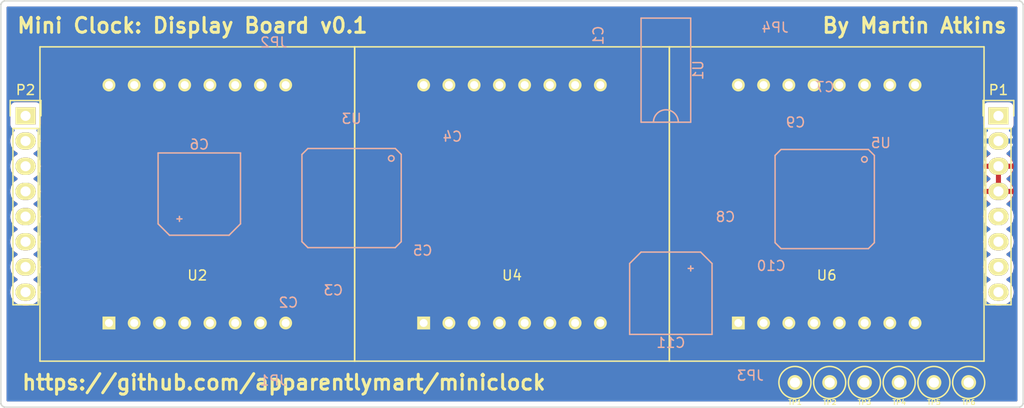
<source format=kicad_pcb>
(kicad_pcb (version 4) (host pcbnew 0.201511021201+6289~30~ubuntu15.04.1-product)

  (general
    (links 120)
    (no_connects 91)
    (area -51.575001 -20.575001 51.575001 20.575001)
    (thickness 1.6)
    (drawings 11)
    (tracks 17)
    (zones 0)
    (modules 29)
    (nets 73)
  )

  (page A4)
  (layers
    (0 F.Cu signal)
    (31 B.Cu signal)
    (32 B.Adhes user)
    (33 F.Adhes user)
    (34 B.Paste user)
    (35 F.Paste user)
    (36 B.SilkS user)
    (37 F.SilkS user)
    (38 B.Mask user)
    (39 F.Mask user)
    (40 Dwgs.User user)
    (41 Cmts.User user)
    (42 Eco1.User user)
    (43 Eco2.User user)
    (44 Edge.Cuts user)
    (45 Margin user)
    (46 B.CrtYd user)
    (47 F.CrtYd user)
    (48 B.Fab user hide)
    (49 F.Fab user hide)
  )

  (setup
    (last_trace_width 0.2)
    (trace_clearance 0.2)
    (zone_clearance 0.508)
    (zone_45_only no)
    (trace_min 0.2)
    (segment_width 0.2)
    (edge_width 0.15)
    (via_size 0.6)
    (via_drill 0.4)
    (via_min_size 0.4)
    (via_min_drill 0.3)
    (uvia_size 0.3)
    (uvia_drill 0.1)
    (uvias_allowed no)
    (uvia_min_size 0.2)
    (uvia_min_drill 0.1)
    (pcb_text_width 0.3)
    (pcb_text_size 1.5 1.5)
    (mod_edge_width 0.15)
    (mod_text_size 1 1)
    (mod_text_width 0.15)
    (pad_size 1.524 1.524)
    (pad_drill 0.762)
    (pad_to_mask_clearance 0.2)
    (aux_axis_origin 0 0)
    (grid_origin 145 105.5)
    (visible_elements FFFFFF7F)
    (pcbplotparams
      (layerselection 0x010fc_80000001)
      (usegerberextensions true)
      (excludeedgelayer true)
      (linewidth 0.100000)
      (plotframeref false)
      (viasonmask false)
      (mode 1)
      (useauxorigin false)
      (hpglpennumber 1)
      (hpglpenspeed 20)
      (hpglpendiameter 15)
      (hpglpenoverlay 2)
      (psnegative false)
      (psa4output false)
      (plotreference true)
      (plotvalue true)
      (plotinvisibletext false)
      (padsonsilk false)
      (subtractmaskfromsilk false)
      (outputformat 1)
      (mirror false)
      (drillshape 0)
      (scaleselection 1)
      (outputdirectory gerbers))
  )

  (net 0 "")
  (net 1 GND)
  (net 2 +3V3)
  (net 3 ~RESET)
  (net 4 SCLK)
  (net 5 MOSI)
  (net 6 MISO)
  (net 7 SSEL)
  (net 8 "Net-(JP1-Pad2)")
  (net 9 "Net-(JP2-Pad1)")
  (net 10 "Net-(JP3-Pad2)")
  (net 11 "Net-(JP4-Pad1)")
  (net 12 "Net-(P2-Pad1)")
  (net 13 "Net-(P2-Pad2)")
  (net 14 "Net-(P2-Pad3)")
  (net 15 "Net-(P2-Pad4)")
  (net 16 "Net-(P2-Pad5)")
  (net 17 "Net-(P2-Pad6)")
  (net 18 "Net-(P2-Pad7)")
  (net 19 "Net-(P2-Pad8)")
  (net 20 "Net-(U1-Pad1)")
  (net 21 OSC)
  (net 22 D0_R5)
  (net 23 D0_R7)
  (net 24 D0_C2)
  (net 25 D0_C3)
  (net 26 D0_R8)
  (net 27 D0_C5)
  (net 28 D0_R6)
  (net 29 D0_R3)
  (net 30 D0_C6)
  (net 31 D0_C4)
  (net 32 D0_R4)
  (net 33 D0_R1)
  (net 34 D0_R2)
  (net 35 D0_C8)
  (net 36 D0_C1)
  (net 37 D0_C7)
  (net 38 D1_C3)
  (net 39 D1_C2)
  (net 40 D1_C5)
  (net 41 D1_C1)
  (net 42 D1_C4)
  (net 43 ADDCLK)
  (net 44 D1_C6)
  (net 45 D1_C7)
  (net 46 "Net-(U3-Pad39)")
  (net 47 D1_C8)
  (net 48 D2_R4)
  (net 49 D2_R3)
  (net 50 D2_R2)
  (net 51 D2_R1)
  (net 52 D2_R8)
  (net 53 D2_R7)
  (net 54 D2_R6)
  (net 55 D2_R5)
  (net 56 "Net-(U5-Pad31)")
  (net 57 "Net-(U5-Pad30)")
  (net 58 "Net-(U5-Pad33)")
  (net 59 "Net-(U5-Pad29)")
  (net 60 "Net-(U5-Pad32)")
  (net 61 D2_C6)
  (net 62 D2_C4)
  (net 63 D2_C7)
  (net 64 D2_C5)
  (net 65 D2_C8)
  (net 66 D2_C2)
  (net 67 D2_C3)
  (net 68 D2_C1)
  (net 69 "Net-(U5-Pad35)")
  (net 70 "Net-(U5-Pad36)")
  (net 71 "Net-(U5-Pad39)")
  (net 72 "Net-(U5-Pad37)")

  (net_class Default "This is the default net class."
    (clearance 0.2)
    (trace_width 0.2)
    (via_dia 0.6)
    (via_drill 0.4)
    (uvia_dia 0.3)
    (uvia_drill 0.1)
    (add_net ADDCLK)
    (add_net MISO)
    (add_net MOSI)
    (add_net "Net-(JP1-Pad2)")
    (add_net "Net-(JP2-Pad1)")
    (add_net "Net-(JP3-Pad2)")
    (add_net "Net-(JP4-Pad1)")
    (add_net "Net-(P2-Pad1)")
    (add_net "Net-(P2-Pad2)")
    (add_net "Net-(P2-Pad3)")
    (add_net "Net-(P2-Pad4)")
    (add_net "Net-(P2-Pad5)")
    (add_net "Net-(P2-Pad6)")
    (add_net "Net-(P2-Pad7)")
    (add_net "Net-(P2-Pad8)")
    (add_net "Net-(U1-Pad1)")
    (add_net "Net-(U3-Pad39)")
    (add_net "Net-(U5-Pad29)")
    (add_net "Net-(U5-Pad30)")
    (add_net "Net-(U5-Pad31)")
    (add_net "Net-(U5-Pad32)")
    (add_net "Net-(U5-Pad33)")
    (add_net "Net-(U5-Pad35)")
    (add_net "Net-(U5-Pad36)")
    (add_net "Net-(U5-Pad37)")
    (add_net "Net-(U5-Pad39)")
    (add_net OSC)
    (add_net SCLK)
    (add_net SSEL)
    (add_net ~RESET)
  )

  (net_class Power ""
    (clearance 0.2)
    (trace_width 0.4)
    (via_dia 0.8)
    (via_drill 0.4)
    (uvia_dia 0.3)
    (uvia_drill 0.1)
    (add_net +3V3)
    (add_net D0_C1)
    (add_net D0_C2)
    (add_net D0_C3)
    (add_net D0_C4)
    (add_net D0_C5)
    (add_net D0_C6)
    (add_net D0_C7)
    (add_net D0_C8)
    (add_net D0_R1)
    (add_net D0_R2)
    (add_net D0_R3)
    (add_net D0_R4)
    (add_net D0_R5)
    (add_net D0_R6)
    (add_net D0_R7)
    (add_net D0_R8)
    (add_net D1_C1)
    (add_net D1_C2)
    (add_net D1_C3)
    (add_net D1_C4)
    (add_net D1_C5)
    (add_net D1_C6)
    (add_net D1_C7)
    (add_net D1_C8)
    (add_net D2_C1)
    (add_net D2_C2)
    (add_net D2_C3)
    (add_net D2_C4)
    (add_net D2_C5)
    (add_net D2_C6)
    (add_net D2_C7)
    (add_net D2_C8)
    (add_net D2_R1)
    (add_net D2_R2)
    (add_net D2_R3)
    (add_net D2_R4)
    (add_net D2_R5)
    (add_net D2_R6)
    (add_net D2_R7)
    (add_net D2_R8)
    (add_net GND)
  )

  (module Pin_Headers:Pin_Header_Straight_1x08 (layer F.Cu) (tedit 565A8594) (tstamp 55EE6767)
    (at 49 -8.89)
    (descr "Through hole pin header")
    (tags "pin header")
    (path /55EE8B80)
    (fp_text reference P1 (at 0 -2.61) (layer F.SilkS)
      (effects (font (size 1 1) (thickness 0.15)))
    )
    (fp_text value CONN_01X08 (at -3 2.89 90) (layer F.Fab)
      (effects (font (size 1 1) (thickness 0.15)))
    )
    (fp_line (start -1.75 -1.75) (end -1.75 19.55) (layer F.CrtYd) (width 0.05))
    (fp_line (start 1.75 -1.75) (end 1.75 19.55) (layer F.CrtYd) (width 0.05))
    (fp_line (start -1.75 -1.75) (end 1.75 -1.75) (layer F.CrtYd) (width 0.05))
    (fp_line (start -1.75 19.55) (end 1.75 19.55) (layer F.CrtYd) (width 0.05))
    (fp_line (start 1.27 1.27) (end 1.27 19.05) (layer F.SilkS) (width 0.15))
    (fp_line (start 1.27 19.05) (end -1.27 19.05) (layer F.SilkS) (width 0.15))
    (fp_line (start -1.27 19.05) (end -1.27 1.27) (layer F.SilkS) (width 0.15))
    (fp_line (start 1.55 -1.55) (end 1.55 0) (layer F.SilkS) (width 0.15))
    (fp_line (start 1.27 1.27) (end -1.27 1.27) (layer F.SilkS) (width 0.15))
    (fp_line (start -1.55 0) (end -1.55 -1.55) (layer F.SilkS) (width 0.15))
    (fp_line (start -1.55 -1.55) (end 1.55 -1.55) (layer F.SilkS) (width 0.15))
    (pad 1 thru_hole rect (at 0 0) (size 2.032 1.7272) (drill 1.016) (layers *.Cu *.Mask F.SilkS)
      (net 3 ~RESET))
    (pad 2 thru_hole oval (at 0 2.54) (size 2.032 1.7272) (drill 1.016) (layers *.Cu *.Mask F.SilkS)
      (net 1 GND))
    (pad 3 thru_hole oval (at 0 5.08) (size 2.032 1.7272) (drill 1.016) (layers *.Cu *.Mask F.SilkS)
      (net 2 +3V3))
    (pad 4 thru_hole oval (at 0 7.62) (size 2.032 1.7272) (drill 1.016) (layers *.Cu *.Mask F.SilkS)
      (net 2 +3V3))
    (pad 5 thru_hole oval (at 0 10.16) (size 2.032 1.7272) (drill 1.016) (layers *.Cu *.Mask F.SilkS)
      (net 4 SCLK))
    (pad 6 thru_hole oval (at 0 12.7) (size 2.032 1.7272) (drill 1.016) (layers *.Cu *.Mask F.SilkS)
      (net 5 MOSI))
    (pad 7 thru_hole oval (at 0 15.24) (size 2.032 1.7272) (drill 1.016) (layers *.Cu *.Mask F.SilkS)
      (net 6 MISO))
    (pad 8 thru_hole oval (at 0 17.78) (size 2.032 1.7272) (drill 1.016) (layers *.Cu *.Mask F.SilkS)
      (net 7 SSEL))
    (model Pin_Headers.3dshapes/Pin_Header_Straight_1x08.wrl
      (at (xyz 0 -0.35 0))
      (scale (xyz 1 1 1))
      (rotate (xyz 0 0 90))
    )
  )

  (module Pin_Headers:Pin_Header_Straight_1x08 (layer F.Cu) (tedit 565A85A5) (tstamp 55EE6773)
    (at -49 -8.89)
    (descr "Through hole pin header")
    (tags "pin header")
    (path /55EE8C35)
    (fp_text reference P2 (at 0 -2.61) (layer F.SilkS)
      (effects (font (size 1 1) (thickness 0.15)))
    )
    (fp_text value CONN_01X08 (at 2.5 2.89 90) (layer F.Fab)
      (effects (font (size 1 1) (thickness 0.15)))
    )
    (fp_line (start -1.75 -1.75) (end -1.75 19.55) (layer F.CrtYd) (width 0.05))
    (fp_line (start 1.75 -1.75) (end 1.75 19.55) (layer F.CrtYd) (width 0.05))
    (fp_line (start -1.75 -1.75) (end 1.75 -1.75) (layer F.CrtYd) (width 0.05))
    (fp_line (start -1.75 19.55) (end 1.75 19.55) (layer F.CrtYd) (width 0.05))
    (fp_line (start 1.27 1.27) (end 1.27 19.05) (layer F.SilkS) (width 0.15))
    (fp_line (start 1.27 19.05) (end -1.27 19.05) (layer F.SilkS) (width 0.15))
    (fp_line (start -1.27 19.05) (end -1.27 1.27) (layer F.SilkS) (width 0.15))
    (fp_line (start 1.55 -1.55) (end 1.55 0) (layer F.SilkS) (width 0.15))
    (fp_line (start 1.27 1.27) (end -1.27 1.27) (layer F.SilkS) (width 0.15))
    (fp_line (start -1.55 0) (end -1.55 -1.55) (layer F.SilkS) (width 0.15))
    (fp_line (start -1.55 -1.55) (end 1.55 -1.55) (layer F.SilkS) (width 0.15))
    (pad 1 thru_hole rect (at 0 0) (size 2.032 1.7272) (drill 1.016) (layers *.Cu *.Mask F.SilkS)
      (net 12 "Net-(P2-Pad1)"))
    (pad 2 thru_hole oval (at 0 2.54) (size 2.032 1.7272) (drill 1.016) (layers *.Cu *.Mask F.SilkS)
      (net 13 "Net-(P2-Pad2)"))
    (pad 3 thru_hole oval (at 0 5.08) (size 2.032 1.7272) (drill 1.016) (layers *.Cu *.Mask F.SilkS)
      (net 14 "Net-(P2-Pad3)"))
    (pad 4 thru_hole oval (at 0 7.62) (size 2.032 1.7272) (drill 1.016) (layers *.Cu *.Mask F.SilkS)
      (net 15 "Net-(P2-Pad4)"))
    (pad 5 thru_hole oval (at 0 10.16) (size 2.032 1.7272) (drill 1.016) (layers *.Cu *.Mask F.SilkS)
      (net 16 "Net-(P2-Pad5)"))
    (pad 6 thru_hole oval (at 0 12.7) (size 2.032 1.7272) (drill 1.016) (layers *.Cu *.Mask F.SilkS)
      (net 17 "Net-(P2-Pad6)"))
    (pad 7 thru_hole oval (at 0 15.24) (size 2.032 1.7272) (drill 1.016) (layers *.Cu *.Mask F.SilkS)
      (net 18 "Net-(P2-Pad7)"))
    (pad 8 thru_hole oval (at 0 17.78) (size 2.032 1.7272) (drill 1.016) (layers *.Cu *.Mask F.SilkS)
      (net 19 "Net-(P2-Pad8)"))
    (model Pin_Headers.3dshapes/Pin_Header_Straight_1x08.wrl
      (at (xyz 0 -0.35 0))
      (scale (xyz 1 1 1))
      (rotate (xyz 0 0 90))
    )
  )

  (module miniclock:0805 (layer B.Cu) (tedit 565A6875) (tstamp 565A85E9)
    (at 10.5 -17 90)
    (path /565AA363)
    (fp_text reference C1 (at 0 -1.8 90) (layer B.SilkS)
      (effects (font (size 1 1) (thickness 0.15)) (justify mirror))
    )
    (fp_text value 0.1u (at 0 1.6 90) (layer B.Fab)
      (effects (font (size 1 1) (thickness 0.15)) (justify mirror))
    )
    (pad 1 smd rect (at -0.95 0 90) (size 1.3 1.5) (layers B.Cu B.Paste B.Mask)
      (net 2 +3V3))
    (pad 2 smd rect (at 0.95 0 90) (size 1.3 1.5) (layers B.Cu B.Paste B.Mask)
      (net 1 GND))
  )

  (module miniclock:0805 (layer B.Cu) (tedit 565A6875) (tstamp 565A85EF)
    (at -22.171751 8.171751)
    (path /565ADFD6)
    (fp_text reference C2 (at -0.353553 1.767767) (layer B.SilkS)
      (effects (font (size 1 1) (thickness 0.15)) (justify mirror))
    )
    (fp_text value 0.1u (at 0 1.6) (layer B.Fab)
      (effects (font (size 1 1) (thickness 0.15)) (justify mirror))
    )
    (pad 1 smd rect (at -0.95 0) (size 1.3 1.5) (layers B.Cu B.Paste B.Mask)
      (net 2 +3V3))
    (pad 2 smd rect (at 0.95 0) (size 1.3 1.5) (layers B.Cu B.Paste B.Mask)
      (net 1 GND))
  )

  (module miniclock:0805 (layer B.Cu) (tedit 565A6875) (tstamp 565A85F5)
    (at -18 10.5)
    (path /565AE241)
    (fp_text reference C3 (at 0 -1.8) (layer B.SilkS)
      (effects (font (size 1 1) (thickness 0.15)) (justify mirror))
    )
    (fp_text value 0.1u (at 0 1.6) (layer B.Fab)
      (effects (font (size 1 1) (thickness 0.15)) (justify mirror))
    )
    (pad 1 smd rect (at -0.95 0) (size 1.3 1.5) (layers B.Cu B.Paste B.Mask)
      (net 2 +3V3))
    (pad 2 smd rect (at 0.95 0) (size 1.3 1.5) (layers B.Cu B.Paste B.Mask)
      (net 1 GND))
  )

  (module miniclock:0805 (layer B.Cu) (tedit 565A6875) (tstamp 565A85FB)
    (at -6 -5)
    (path /565AE29E)
    (fp_text reference C4 (at 0 -1.8) (layer B.SilkS)
      (effects (font (size 1 1) (thickness 0.15)) (justify mirror))
    )
    (fp_text value 0.1u (at 0 1.6) (layer B.Fab)
      (effects (font (size 1 1) (thickness 0.15)) (justify mirror))
    )
    (pad 1 smd rect (at -0.95 0) (size 1.3 1.5) (layers B.Cu B.Paste B.Mask)
      (net 2 +3V3))
    (pad 2 smd rect (at 0.95 0) (size 1.3 1.5) (layers B.Cu B.Paste B.Mask)
      (net 1 GND))
  )

  (module miniclock:0805 (layer B.Cu) (tedit 565A6875) (tstamp 565A8601)
    (at -9 6.5)
    (path /565AE2FC)
    (fp_text reference C5 (at 0 -1.8) (layer B.SilkS)
      (effects (font (size 1 1) (thickness 0.15)) (justify mirror))
    )
    (fp_text value 0.1u (at 0 1.6) (layer B.Fab)
      (effects (font (size 1 1) (thickness 0.15)) (justify mirror))
    )
    (pad 1 smd rect (at -0.95 0) (size 1.3 1.5) (layers B.Cu B.Paste B.Mask)
      (net 2 +3V3))
    (pad 2 smd rect (at 0.95 0) (size 1.3 1.5) (layers B.Cu B.Paste B.Mask)
      (net 1 GND))
  )

  (module miniclock:UWX1V470MCL1GB (layer B.Cu) (tedit 565A82FA) (tstamp 565A860F)
    (at -31.5 -1)
    (path /565AE51C)
    (fp_text reference C6 (at 0 -5) (layer B.SilkS)
      (effects (font (size 1 1) (thickness 0.15)) (justify mirror))
    )
    (fp_text value 47uF (at 0 5) (layer B.Fab)
      (effects (font (size 1 1) (thickness 0.15)) (justify mirror))
    )
    (fp_line (start -2 2.75) (end -2 2.25) (layer B.SilkS) (width 0.15))
    (fp_line (start -2.25 2.5) (end -1.75 2.5) (layer B.SilkS) (width 0.15))
    (fp_line (start -4.15 3) (end -3 4.15) (layer B.SilkS) (width 0.15))
    (fp_line (start -4.15 -4.15) (end -4.15 3) (layer B.SilkS) (width 0.15))
    (fp_line (start 4.15 3) (end 3 4.15) (layer B.SilkS) (width 0.15))
    (fp_line (start 4.15 -4.15) (end 4.15 3) (layer B.SilkS) (width 0.15))
    (fp_line (start -3 4.15) (end 3 4.15) (layer B.SilkS) (width 0.15))
    (fp_line (start -4.15 -4.15) (end 4.15 -4.15) (layer B.SilkS) (width 0.15))
    (pad 1 smd rect (at 0 2.35) (size 2.5 3.5) (layers B.Cu B.Paste B.Mask)
      (net 2 +3V3))
    (pad 2 smd rect (at 0 -2.35) (size 2.5 3.5) (layers B.Cu B.Paste B.Mask)
      (net 1 GND))
  )

  (module miniclock:0805 (layer B.Cu) (tedit 565A6875) (tstamp 565A8615)
    (at 31.5 -10)
    (path /565AFB6D)
    (fp_text reference C7 (at 0 -1.8) (layer B.SilkS)
      (effects (font (size 1 1) (thickness 0.15)) (justify mirror))
    )
    (fp_text value 0.1u (at 0 1.6) (layer B.Fab)
      (effects (font (size 1 1) (thickness 0.15)) (justify mirror))
    )
    (pad 1 smd rect (at -0.95 0) (size 1.3 1.5) (layers B.Cu B.Paste B.Mask)
      (net 2 +3V3))
    (pad 2 smd rect (at 0.95 0) (size 1.3 1.5) (layers B.Cu B.Paste B.Mask)
      (net 1 GND))
  )

  (module miniclock:0805 (layer B.Cu) (tedit 565A6875) (tstamp 565A861B)
    (at 21.5 -0.5 180)
    (path /565AFB73)
    (fp_text reference C8 (at 0 -1.8 180) (layer B.SilkS)
      (effects (font (size 1 1) (thickness 0.15)) (justify mirror))
    )
    (fp_text value 0.1u (at 0 1.6 180) (layer B.Fab)
      (effects (font (size 1 1) (thickness 0.15)) (justify mirror))
    )
    (pad 1 smd rect (at -0.95 0 180) (size 1.3 1.5) (layers B.Cu B.Paste B.Mask)
      (net 2 +3V3))
    (pad 2 smd rect (at 0.95 0 180) (size 1.3 1.5) (layers B.Cu B.Paste B.Mask)
      (net 1 GND))
  )

  (module miniclock:0805 (layer B.Cu) (tedit 565A6875) (tstamp 565A8621)
    (at 27.5 -10 180)
    (path /565AFB79)
    (fp_text reference C9 (at -1.06066 -1.767767 180) (layer B.SilkS)
      (effects (font (size 1 1) (thickness 0.15)) (justify mirror))
    )
    (fp_text value 0.1u (at 0 1.6 180) (layer B.Fab)
      (effects (font (size 1 1) (thickness 0.15)) (justify mirror))
    )
    (pad 1 smd rect (at -0.95 0 180) (size 1.3 1.5) (layers B.Cu B.Paste B.Mask)
      (net 2 +3V3))
    (pad 2 smd rect (at 0.95 0 180) (size 1.3 1.5) (layers B.Cu B.Paste B.Mask)
      (net 1 GND))
  )

  (module miniclock:0805 (layer B.Cu) (tedit 565A6875) (tstamp 565A8627)
    (at 26 8 180)
    (path /565AFB7F)
    (fp_text reference C10 (at -0.110661 1.767767 180) (layer B.SilkS)
      (effects (font (size 1 1) (thickness 0.15)) (justify mirror))
    )
    (fp_text value 0.1u (at 0 1.6 180) (layer B.Fab)
      (effects (font (size 1 1) (thickness 0.15)) (justify mirror))
    )
    (pad 1 smd rect (at -0.95 0 180) (size 1.3 1.5) (layers B.Cu B.Paste B.Mask)
      (net 2 +3V3))
    (pad 2 smd rect (at 0.95 0 180) (size 1.3 1.5) (layers B.Cu B.Paste B.Mask)
      (net 1 GND))
  )

  (module miniclock:UWX1V470MCL1GB (layer B.Cu) (tedit 565A82FA) (tstamp 565A8635)
    (at 16 9 180)
    (path /565AFB85)
    (fp_text reference C11 (at 0 -5 180) (layer B.SilkS)
      (effects (font (size 1 1) (thickness 0.15)) (justify mirror))
    )
    (fp_text value 47uF (at 0 5 180) (layer B.Fab)
      (effects (font (size 1 1) (thickness 0.15)) (justify mirror))
    )
    (fp_line (start -2 2.75) (end -2 2.25) (layer B.SilkS) (width 0.15))
    (fp_line (start -2.25 2.5) (end -1.75 2.5) (layer B.SilkS) (width 0.15))
    (fp_line (start -4.15 3) (end -3 4.15) (layer B.SilkS) (width 0.15))
    (fp_line (start -4.15 -4.15) (end -4.15 3) (layer B.SilkS) (width 0.15))
    (fp_line (start 4.15 3) (end 3 4.15) (layer B.SilkS) (width 0.15))
    (fp_line (start 4.15 -4.15) (end 4.15 3) (layer B.SilkS) (width 0.15))
    (fp_line (start -3 4.15) (end 3 4.15) (layer B.SilkS) (width 0.15))
    (fp_line (start -4.15 -4.15) (end 4.15 -4.15) (layer B.SilkS) (width 0.15))
    (pad 1 smd rect (at 0 2.35 180) (size 2.5 3.5) (layers B.Cu B.Paste B.Mask)
      (net 2 +3V3))
    (pad 2 smd rect (at 0 -2.35 180) (size 2.5 3.5) (layers B.Cu B.Paste B.Mask)
      (net 1 GND))
  )

  (module miniclock:0805 (layer B.Cu) (tedit 565A6875) (tstamp 565A863B)
    (at -24.05 16 180)
    (path /565A4D43)
    (fp_text reference JP1 (at 0 -1.8 180) (layer B.SilkS)
      (effects (font (size 1 1) (thickness 0.15)) (justify mirror))
    )
    (fp_text value Jumper_NO_Small (at 0 1.6 180) (layer B.Fab)
      (effects (font (size 1 1) (thickness 0.15)) (justify mirror))
    )
    (pad 1 smd rect (at -0.95 0 180) (size 1.3 1.5) (layers B.Cu B.Paste B.Mask)
      (net 1 GND))
    (pad 2 smd rect (at 0.95 0 180) (size 1.3 1.5) (layers B.Cu B.Paste B.Mask)
      (net 8 "Net-(JP1-Pad2)"))
  )

  (module miniclock:0805 (layer B.Cu) (tedit 565A6875) (tstamp 565A8641)
    (at -24 -14.5)
    (path /565A4D7E)
    (fp_text reference JP2 (at 0 -1.8) (layer B.SilkS)
      (effects (font (size 1 1) (thickness 0.15)) (justify mirror))
    )
    (fp_text value Jumper_NO_Small (at 0 1.6) (layer B.Fab)
      (effects (font (size 1 1) (thickness 0.15)) (justify mirror))
    )
    (pad 1 smd rect (at -0.95 0) (size 1.3 1.5) (layers B.Cu B.Paste B.Mask)
      (net 9 "Net-(JP2-Pad1)"))
    (pad 2 smd rect (at 0.95 0) (size 1.3 1.5) (layers B.Cu B.Paste B.Mask)
      (net 1 GND))
  )

  (module miniclock:0805 (layer B.Cu) (tedit 565A6875) (tstamp 565A8647)
    (at 24 15.5 180)
    (path /565A5163)
    (fp_text reference JP3 (at 0 -1.8 180) (layer B.SilkS)
      (effects (font (size 1 1) (thickness 0.15)) (justify mirror))
    )
    (fp_text value Jumper_NO_Small (at 0 1.6 180) (layer B.Fab)
      (effects (font (size 1 1) (thickness 0.15)) (justify mirror))
    )
    (pad 1 smd rect (at -0.95 0 180) (size 1.3 1.5) (layers B.Cu B.Paste B.Mask)
      (net 1 GND))
    (pad 2 smd rect (at 0.95 0 180) (size 1.3 1.5) (layers B.Cu B.Paste B.Mask)
      (net 10 "Net-(JP3-Pad2)"))
  )

  (module miniclock:0805 (layer B.Cu) (tedit 565A6875) (tstamp 565A864D)
    (at 26.5 -16)
    (path /565A5169)
    (fp_text reference JP4 (at 0 -1.8) (layer B.SilkS)
      (effects (font (size 1 1) (thickness 0.15)) (justify mirror))
    )
    (fp_text value Jumper_NO_Small (at 0 1.6) (layer B.Fab)
      (effects (font (size 1 1) (thickness 0.15)) (justify mirror))
    )
    (pad 1 smd rect (at -0.95 0) (size 1.3 1.5) (layers B.Cu B.Paste B.Mask)
      (net 11 "Net-(JP4-Pad1)"))
    (pad 2 smd rect (at 0.95 0) (size 1.3 1.5) (layers B.Cu B.Paste B.Mask)
      (net 1 GND))
  )

  (module miniclock:TESTPOINT (layer F.Cu) (tedit 565A7D9B) (tstamp 565A865E)
    (at 28.5 18)
    (path /565A7F3D)
    (fp_text reference TP1 (at 0 2) (layer F.SilkS)
      (effects (font (size 0.5 0.5) (thickness 0.1)))
    )
    (fp_text value TESTPOINT (at 0 -2.2) (layer F.Fab)
      (effects (font (size 0.5 0.5) (thickness 0.1)))
    )
    (fp_circle (center 0 0) (end 1 1.27) (layer F.SilkS) (width 0.15))
    (pad 1 thru_hole circle (at 0 0) (size 1.5 1.5) (drill 1.02) (layers *.Cu *.Mask F.SilkS)
      (net 1 GND))
  )

  (module miniclock:TESTPOINT (layer F.Cu) (tedit 565A7D9B) (tstamp 565A8663)
    (at 32 18)
    (path /565A81B2)
    (fp_text reference TP2 (at 0 2) (layer F.SilkS)
      (effects (font (size 0.5 0.5) (thickness 0.1)))
    )
    (fp_text value TESTPOINT (at 0 -2.2) (layer F.Fab)
      (effects (font (size 0.5 0.5) (thickness 0.1)))
    )
    (fp_circle (center 0 0) (end 1 1.27) (layer F.SilkS) (width 0.15))
    (pad 1 thru_hole circle (at 0 0) (size 1.5 1.5) (drill 1.02) (layers *.Cu *.Mask F.SilkS)
      (net 2 +3V3))
  )

  (module miniclock:TESTPOINT (layer F.Cu) (tedit 565A7D9B) (tstamp 565A8668)
    (at 35.5 18)
    (path /565A820D)
    (fp_text reference TP3 (at 0 2) (layer F.SilkS)
      (effects (font (size 0.5 0.5) (thickness 0.1)))
    )
    (fp_text value TESTPOINT (at 0 -2.2) (layer F.Fab)
      (effects (font (size 0.5 0.5) (thickness 0.1)))
    )
    (fp_circle (center 0 0) (end 1 1.27) (layer F.SilkS) (width 0.15))
    (pad 1 thru_hole circle (at 0 0) (size 1.5 1.5) (drill 1.02) (layers *.Cu *.Mask F.SilkS)
      (net 4 SCLK))
  )

  (module miniclock:TESTPOINT (layer F.Cu) (tedit 565A7D9B) (tstamp 565A866D)
    (at 39 18)
    (path /565A8275)
    (fp_text reference TP4 (at 0 2) (layer F.SilkS)
      (effects (font (size 0.5 0.5) (thickness 0.1)))
    )
    (fp_text value TESTPOINT (at 0 -2.2) (layer F.Fab)
      (effects (font (size 0.5 0.5) (thickness 0.1)))
    )
    (fp_circle (center 0 0) (end 1 1.27) (layer F.SilkS) (width 0.15))
    (pad 1 thru_hole circle (at 0 0) (size 1.5 1.5) (drill 1.02) (layers *.Cu *.Mask F.SilkS)
      (net 5 MOSI))
  )

  (module miniclock:TESTPOINT (layer F.Cu) (tedit 565A7D9B) (tstamp 565A8672)
    (at 42.5 18)
    (path /565A82D6)
    (fp_text reference TP5 (at 0 2) (layer F.SilkS)
      (effects (font (size 0.5 0.5) (thickness 0.1)))
    )
    (fp_text value TESTPOINT (at 0 -2.2) (layer F.Fab)
      (effects (font (size 0.5 0.5) (thickness 0.1)))
    )
    (fp_circle (center 0 0) (end 1 1.27) (layer F.SilkS) (width 0.15))
    (pad 1 thru_hole circle (at 0 0) (size 1.5 1.5) (drill 1.02) (layers *.Cu *.Mask F.SilkS)
      (net 6 MISO))
  )

  (module miniclock:TESTPOINT (layer F.Cu) (tedit 565A7D9B) (tstamp 565A8677)
    (at 46 18)
    (path /565A833A)
    (fp_text reference TP6 (at 0 2) (layer F.SilkS)
      (effects (font (size 0.5 0.5) (thickness 0.1)))
    )
    (fp_text value TESTPOINT (at 0 -2.2) (layer F.Fab)
      (effects (font (size 0.5 0.5) (thickness 0.1)))
    )
    (fp_circle (center 0 0) (end 1 1.27) (layer F.SilkS) (width 0.15))
    (pad 1 thru_hole circle (at 0 0) (size 1.5 1.5) (drill 1.02) (layers *.Cu *.Mask F.SilkS)
      (net 7 SSEL))
  )

  (module miniclock:SG-636PCE (layer B.Cu) (tedit 565A5199) (tstamp 565A867F)
    (at 15.5 -13.5 90)
    (path /565A9830)
    (fp_text reference U1 (at 0 3.25 90) (layer B.SilkS)
      (effects (font (size 1 1) (thickness 0.15)) (justify mirror))
    )
    (fp_text value SG-636PCE (at 0.5 0 90) (layer B.Fab)
      (effects (font (size 1 1) (thickness 0.15)) (justify mirror))
    )
    (fp_arc (start -5.25 0) (end -5.25 1.25) (angle -180) (layer B.SilkS) (width 0.15))
    (fp_line (start 5.25 2.5) (end -5.25 2.5) (layer B.SilkS) (width 0.15))
    (fp_line (start 5.25 -2.5) (end 5.25 2.5) (layer B.SilkS) (width 0.15))
    (fp_line (start -5.25 -2.5) (end 5.25 -2.5) (layer B.SilkS) (width 0.15))
    (fp_line (start -5.25 2.5) (end -5.25 -2.5) (layer B.SilkS) (width 0.15))
    (pad 1 smd rect (at -2.54 -2.3 90) (size 1.3 2.1) (layers B.Cu B.Paste B.Mask)
      (net 20 "Net-(U1-Pad1)"))
    (pad 2 smd rect (at 2.54 -2.3 90) (size 1.3 2.1) (layers B.Cu B.Paste B.Mask)
      (net 1 GND))
    (pad 3 smd rect (at 2.54 2.3 90) (size 1.3 2.1) (layers B.Cu B.Paste B.Mask)
      (net 21 OSC))
    (pad 4 smd rect (at -2.54 2.3 90) (size 1.3 2.1) (layers B.Cu B.Paste B.Mask)
      (net 2 +3V3))
  )

  (module miniclock:KWM-R30881CUYB (layer F.Cu) (tedit 565A612D) (tstamp 565A8693)
    (at -31.7 0)
    (path /56526517)
    (fp_text reference U2 (at 0 7.2) (layer F.SilkS)
      (effects (font (size 1 1) (thickness 0.15)))
    )
    (fp_text value LEDM (at 0 0) (layer F.Fab)
      (effects (font (size 1 1) (thickness 0.15)))
    )
    (fp_line (start 15.85 -15.85) (end -15.85 -15.85) (layer F.SilkS) (width 0.15))
    (fp_line (start 15.85 15.85) (end 15.85 -15.85) (layer F.SilkS) (width 0.15))
    (fp_line (start -15.85 15.85) (end 15.85 15.85) (layer F.SilkS) (width 0.15))
    (fp_line (start -15.85 -15.85) (end -15.85 15.85) (layer F.SilkS) (width 0.15))
    (pad 1 thru_hole rect (at -8.9 12) (size 1.3 1.3) (drill 0.8) (layers *.Cu *.Mask F.SilkS)
      (net 22 D0_R5))
    (pad 2 thru_hole circle (at -6.357143 12) (size 1.3 1.3) (drill 0.8) (layers *.Cu *.Mask F.SilkS)
      (net 23 D0_R7))
    (pad 3 thru_hole circle (at -3.814286 12) (size 1.3 1.3) (drill 0.8) (layers *.Cu *.Mask F.SilkS)
      (net 24 D0_C2))
    (pad 4 thru_hole circle (at -1.271429 12) (size 1.3 1.3) (drill 0.8) (layers *.Cu *.Mask F.SilkS)
      (net 25 D0_C3))
    (pad 5 thru_hole circle (at 1.271428 12) (size 1.3 1.3) (drill 0.8) (layers *.Cu *.Mask F.SilkS)
      (net 26 D0_R8))
    (pad 6 thru_hole circle (at 3.814285 12) (size 1.3 1.3) (drill 0.8) (layers *.Cu *.Mask F.SilkS)
      (net 27 D0_C5))
    (pad 7 thru_hole circle (at 6.357142 12) (size 1.3 1.3) (drill 0.8) (layers *.Cu *.Mask F.SilkS)
      (net 28 D0_R6))
    (pad 8 thru_hole circle (at 8.899999 12) (size 1.3 1.3) (drill 0.8) (layers *.Cu *.Mask F.SilkS)
      (net 29 D0_R3))
    (pad 11 thru_hole circle (at 3.814285 -12) (size 1.3 1.3) (drill 0.8) (layers *.Cu *.Mask F.SilkS)
      (net 30 D0_C6))
    (pad 10 thru_hole circle (at 6.357142 -12) (size 1.3 1.3) (drill 0.8) (layers *.Cu *.Mask F.SilkS)
      (net 31 D0_C4))
    (pad 12 thru_hole circle (at 1.271428 -12) (size 1.3 1.3) (drill 0.8) (layers *.Cu *.Mask F.SilkS)
      (net 32 D0_R4))
    (pad 9 thru_hole circle (at 8.899999 -12) (size 1.3 1.3) (drill 0.8) (layers *.Cu *.Mask F.SilkS)
      (net 33 D0_R1))
    (pad 14 thru_hole circle (at -3.814286 -12) (size 1.3 1.3) (drill 0.8) (layers *.Cu *.Mask F.SilkS)
      (net 34 D0_R2))
    (pad 16 thru_hole circle (at -8.9 -12) (size 1.3 1.3) (drill 0.8) (layers *.Cu *.Mask F.SilkS)
      (net 35 D0_C8))
    (pad 13 thru_hole circle (at -1.271429 -12) (size 1.3 1.3) (drill 0.8) (layers *.Cu *.Mask F.SilkS)
      (net 36 D0_C1))
    (pad 15 thru_hole circle (at -6.357143 -12) (size 1.3 1.3) (drill 0.8) (layers *.Cu *.Mask F.SilkS)
      (net 37 D0_C7))
  )

  (module miniclock:MAX6960 (layer B.Cu) (tedit 565A56BD) (tstamp 565A86C3)
    (at -16.16 -0.600008 180)
    (path /56527C95)
    (fp_text reference U3 (at 0 8 180) (layer B.SilkS)
      (effects (font (size 1 1) (thickness 0.15)) (justify mirror))
    )
    (fp_text value MAX6960 (at 0 0 180) (layer B.Fab)
      (effects (font (size 1 1) (thickness 0.15)) (justify mirror))
    )
    (fp_circle (center -4 4) (end -3.8 3.8) (layer B.SilkS) (width 0.15))
    (fp_line (start -4.4 5) (end -5 4.4) (layer B.SilkS) (width 0.15))
    (fp_line (start 4.4 5) (end -4.4 5) (layer B.SilkS) (width 0.15))
    (fp_line (start 5 4.4) (end 4.4 5) (layer B.SilkS) (width 0.15))
    (fp_line (start 5 -4.4) (end 5 4.4) (layer B.SilkS) (width 0.15))
    (fp_line (start 4.4 -5) (end 5 -4.4) (layer B.SilkS) (width 0.15))
    (fp_line (start -4.4 -5) (end 4.4 -5) (layer B.SilkS) (width 0.15))
    (fp_line (start -5 -4.4) (end -4.4 -5) (layer B.SilkS) (width 0.15))
    (fp_line (start -5 4.4) (end -5 -4.4) (layer B.SilkS) (width 0.15))
    (pad 1 smd rect (at -6.16 4 180) (size 1.73 0.5) (layers B.Cu B.Paste B.Mask)
      (net 1 GND))
    (pad 11 smd rect (at -6.16 -3.99999 180) (size 1.73 0.5) (layers B.Cu B.Paste B.Mask)
      (net 1 GND))
    (pad 5 smd rect (at -6.16 0.800004 180) (size 1.73 0.5) (layers B.Cu B.Paste B.Mask)
      (net 32 D0_R4))
    (pad 4 smd rect (at -6.16 1.600003 180) (size 1.73 0.5) (layers B.Cu B.Paste B.Mask)
      (net 29 D0_R3))
    (pad 3 smd rect (at -6.16 2.400002 180) (size 1.73 0.5) (layers B.Cu B.Paste B.Mask)
      (net 34 D0_R2))
    (pad 2 smd rect (at -6.16 3.200001 180) (size 1.73 0.5) (layers B.Cu B.Paste B.Mask)
      (net 33 D0_R1))
    (pad 10 smd rect (at -6.16 -3.199991 180) (size 1.73 0.5) (layers B.Cu B.Paste B.Mask)
      (net 26 D0_R8))
    (pad 9 smd rect (at -6.16 -2.399992 180) (size 1.73 0.5) (layers B.Cu B.Paste B.Mask)
      (net 23 D0_R7))
    (pad 8 smd rect (at -6.16 -1.599993 180) (size 1.73 0.5) (layers B.Cu B.Paste B.Mask)
      (net 28 D0_R6))
    (pad 7 smd rect (at -6.16 -0.799994 180) (size 1.73 0.5) (layers B.Cu B.Paste B.Mask)
      (net 22 D0_R5))
    (pad 6 smd rect (at -6.16 0.000005 180) (size 1.73 0.5) (layers B.Cu B.Paste B.Mask)
      (net 1 GND))
    (pad 31 smd rect (at 6.16 2.400002 180) (size 1.73 0.5) (layers B.Cu B.Paste B.Mask)
      (net 38 D1_C3))
    (pad 28 smd rect (at 6.16 0.000005 180) (size 1.73 0.5) (layers B.Cu B.Paste B.Mask)
      (net 2 +3V3))
    (pad 30 smd rect (at 6.16 1.600003 180) (size 1.73 0.5) (layers B.Cu B.Paste B.Mask)
      (net 39 D1_C2))
    (pad 33 smd rect (at 6.16 4 180) (size 1.73 0.5) (layers B.Cu B.Paste B.Mask)
      (net 40 D1_C5))
    (pad 29 smd rect (at 6.16 0.800004 180) (size 1.73 0.5) (layers B.Cu B.Paste B.Mask)
      (net 41 D1_C1))
    (pad 32 smd rect (at 6.16 3.200001 180) (size 1.73 0.5) (layers B.Cu B.Paste B.Mask)
      (net 42 D1_C4))
    (pad 25 smd rect (at 6.16 -2.399992 180) (size 1.73 0.5) (layers B.Cu B.Paste B.Mask)
      (net 30 D0_C6))
    (pad 23 smd rect (at 6.16 -3.99999 180) (size 1.73 0.5) (layers B.Cu B.Paste B.Mask)
      (net 31 D0_C4))
    (pad 26 smd rect (at 6.16 -1.599993 180) (size 1.73 0.5) (layers B.Cu B.Paste B.Mask)
      (net 37 D0_C7))
    (pad 24 smd rect (at 6.16 -3.199991 180) (size 1.73 0.5) (layers B.Cu B.Paste B.Mask)
      (net 27 D0_C5))
    (pad 27 smd rect (at 6.16 -0.799994 180) (size 1.73 0.5) (layers B.Cu B.Paste B.Mask)
      (net 35 D0_C8))
    (pad 20 smd rect (at 2.399992 -6.16 90) (size 1.73 0.5) (layers B.Cu B.Paste B.Mask)
      (net 24 D0_C2))
    (pad 22 smd rect (at 3.99999 -6.16 90) (size 1.73 0.5) (layers B.Cu B.Paste B.Mask)
      (net 2 +3V3))
    (pad 18 smd rect (at 0.799994 -6.16 90) (size 1.73 0.5) (layers B.Cu B.Paste B.Mask)
      (net 3 ~RESET))
    (pad 21 smd rect (at 3.199991 -6.16 90) (size 1.73 0.5) (layers B.Cu B.Paste B.Mask)
      (net 25 D0_C3))
    (pad 17 smd rect (at -0.000005 -6.16 90) (size 1.73 0.5) (layers B.Cu B.Paste B.Mask)
      (net 4 SCLK))
    (pad 19 smd rect (at 1.599993 -6.16 90) (size 1.73 0.5) (layers B.Cu B.Paste B.Mask)
      (net 36 D0_C1))
    (pad 15 smd rect (at -1.600003 -6.16 90) (size 1.73 0.5) (layers B.Cu B.Paste B.Mask)
      (net 5 MOSI))
    (pad 16 smd rect (at -0.800004 -6.16 90) (size 1.73 0.5) (layers B.Cu B.Paste B.Mask)
      (net 6 MISO))
    (pad 14 smd rect (at -2.400002 -6.16 90) (size 1.73 0.5) (layers B.Cu B.Paste B.Mask)
      (net 7 SSEL))
    (pad 12 smd rect (at -4 -6.16 90) (size 1.73 0.5) (layers B.Cu B.Paste B.Mask)
      (net 1 GND))
    (pad 13 smd rect (at -3.200001 -6.16 90) (size 1.73 0.5) (layers B.Cu B.Paste B.Mask)
      (net 21 OSC))
    (pad 42 smd rect (at -2.400002 6.16 90) (size 1.73 0.5) (layers B.Cu B.Paste B.Mask)
      (net 8 "Net-(JP1-Pad2)"))
    (pad 43 smd rect (at -3.200001 6.16 90) (size 1.73 0.5) (layers B.Cu B.Paste B.Mask)
      (net 9 "Net-(JP2-Pad1)"))
    (pad 44 smd rect (at -4 6.16 90) (size 1.73 0.5) (layers B.Cu B.Paste B.Mask)
      (net 1 GND))
    (pad 41 smd rect (at -1.600003 6.16 90) (size 1.73 0.5) (layers B.Cu B.Paste B.Mask)
      (net 43 ADDCLK))
    (pad 34 smd rect (at 3.99999 6.16 90) (size 1.73 0.5) (layers B.Cu B.Paste B.Mask)
      (net 2 +3V3))
    (pad 35 smd rect (at 3.199991 6.16 90) (size 1.73 0.5) (layers B.Cu B.Paste B.Mask)
      (net 44 D1_C6))
    (pad 38 smd rect (at 0.799994 6.16 90) (size 1.73 0.5) (layers B.Cu B.Paste B.Mask)
      (net 2 +3V3))
    (pad 40 smd rect (at -0.800004 6.16 90) (size 1.73 0.5) (layers B.Cu B.Paste B.Mask)
      (net 2 +3V3))
    (pad 36 smd rect (at 2.399992 6.16 90) (size 1.73 0.5) (layers B.Cu B.Paste B.Mask)
      (net 45 D1_C7))
    (pad 39 smd rect (at -0.000005 6.16 90) (size 1.73 0.5) (layers B.Cu B.Paste B.Mask)
      (net 46 "Net-(U3-Pad39)"))
    (pad 37 smd rect (at 1.599993 6.16 90) (size 1.73 0.5) (layers B.Cu B.Paste B.Mask)
      (net 47 D1_C8))
  )

  (module miniclock:KWM-R30881CUYB (layer F.Cu) (tedit 565A8626) (tstamp 565A86D7)
    (at 0 0)
    (path /56526560)
    (fp_text reference U4 (at 0 7.2) (layer F.SilkS)
      (effects (font (size 1 1) (thickness 0.15)))
    )
    (fp_text value LEDM (at 0 0) (layer F.Fab)
      (effects (font (size 1 1) (thickness 0.15)))
    )
    (fp_line (start 15.85 -15.85) (end -15.85 -15.85) (layer F.SilkS) (width 0.15))
    (fp_line (start 15.85 15.85) (end 15.85 -15.85) (layer F.SilkS) (width 0.15))
    (fp_line (start -15.85 15.85) (end 15.85 15.85) (layer F.SilkS) (width 0.15))
    (fp_line (start -15.85 -15.85) (end -15.85 15.85) (layer F.SilkS) (width 0.15))
    (pad 1 thru_hole rect (at -8.9 12) (size 1.3 1.3) (drill 0.8) (layers *.Cu *.Mask F.SilkS)
      (net 22 D0_R5))
    (pad 2 thru_hole circle (at -6.357143 12) (size 1.3 1.3) (drill 0.8) (layers *.Cu *.Mask F.SilkS)
      (net 23 D0_R7))
    (pad 3 thru_hole circle (at -3.814286 12) (size 1.3 1.3) (drill 0.8) (layers *.Cu *.Mask F.SilkS)
      (net 39 D1_C2))
    (pad 4 thru_hole circle (at -1.271429 12) (size 1.3 1.3) (drill 0.8) (layers *.Cu *.Mask F.SilkS)
      (net 38 D1_C3))
    (pad 5 thru_hole circle (at 1.271428 12) (size 1.3 1.3) (drill 0.8) (layers *.Cu *.Mask F.SilkS)
      (net 26 D0_R8))
    (pad 6 thru_hole circle (at 3.814285 12) (size 1.3 1.3) (drill 0.8) (layers *.Cu *.Mask F.SilkS)
      (net 40 D1_C5))
    (pad 7 thru_hole circle (at 6.357142 12) (size 1.3 1.3) (drill 0.8) (layers *.Cu *.Mask F.SilkS)
      (net 28 D0_R6))
    (pad 8 thru_hole circle (at 8.899999 12) (size 1.3 1.3) (drill 0.8) (layers *.Cu *.Mask F.SilkS)
      (net 29 D0_R3))
    (pad 11 thru_hole circle (at 3.814285 -12) (size 1.3 1.3) (drill 0.8) (layers *.Cu *.Mask F.SilkS)
      (net 44 D1_C6))
    (pad 10 thru_hole circle (at 6.357142 -12) (size 1.3 1.3) (drill 0.8) (layers *.Cu *.Mask F.SilkS)
      (net 42 D1_C4))
    (pad 12 thru_hole circle (at 1.271428 -12) (size 1.3 1.3) (drill 0.8) (layers *.Cu *.Mask F.SilkS)
      (net 32 D0_R4))
    (pad 9 thru_hole circle (at 8.899999 -12) (size 1.3 1.3) (drill 0.8) (layers *.Cu *.Mask F.SilkS)
      (net 33 D0_R1))
    (pad 14 thru_hole circle (at -3.814286 -12) (size 1.3 1.3) (drill 0.8) (layers *.Cu *.Mask F.SilkS)
      (net 34 D0_R2))
    (pad 16 thru_hole circle (at -8.9 -12) (size 1.3 1.3) (drill 0.8) (layers *.Cu *.Mask F.SilkS)
      (net 47 D1_C8))
    (pad 13 thru_hole circle (at -1.271429 -12) (size 1.3 1.3) (drill 0.8) (layers *.Cu *.Mask F.SilkS)
      (net 41 D1_C1))
    (pad 15 thru_hole circle (at -6.357143 -12) (size 1.3 1.3) (drill 0.8) (layers *.Cu *.Mask F.SilkS)
      (net 45 D1_C7))
  )

  (module miniclock:MAX6960 (layer B.Cu) (tedit 565A56BD) (tstamp 565A8707)
    (at 31.5 -0.5 180)
    (path /56527DE8)
    (fp_text reference U5 (at -5.656854 5.656854 180) (layer B.SilkS)
      (effects (font (size 1 1) (thickness 0.15)) (justify mirror))
    )
    (fp_text value MAX6960 (at 0 0 180) (layer B.Fab)
      (effects (font (size 1 1) (thickness 0.15)) (justify mirror))
    )
    (fp_circle (center -4 4) (end -3.8 3.8) (layer B.SilkS) (width 0.15))
    (fp_line (start -4.4 5) (end -5 4.4) (layer B.SilkS) (width 0.15))
    (fp_line (start 4.4 5) (end -4.4 5) (layer B.SilkS) (width 0.15))
    (fp_line (start 5 4.4) (end 4.4 5) (layer B.SilkS) (width 0.15))
    (fp_line (start 5 -4.4) (end 5 4.4) (layer B.SilkS) (width 0.15))
    (fp_line (start 4.4 -5) (end 5 -4.4) (layer B.SilkS) (width 0.15))
    (fp_line (start -4.4 -5) (end 4.4 -5) (layer B.SilkS) (width 0.15))
    (fp_line (start -5 -4.4) (end -4.4 -5) (layer B.SilkS) (width 0.15))
    (fp_line (start -5 4.4) (end -5 -4.4) (layer B.SilkS) (width 0.15))
    (pad 1 smd rect (at -6.16 4 180) (size 1.73 0.5) (layers B.Cu B.Paste B.Mask)
      (net 1 GND))
    (pad 11 smd rect (at -6.16 -3.99999 180) (size 1.73 0.5) (layers B.Cu B.Paste B.Mask)
      (net 1 GND))
    (pad 5 smd rect (at -6.16 0.800004 180) (size 1.73 0.5) (layers B.Cu B.Paste B.Mask)
      (net 48 D2_R4))
    (pad 4 smd rect (at -6.16 1.600003 180) (size 1.73 0.5) (layers B.Cu B.Paste B.Mask)
      (net 49 D2_R3))
    (pad 3 smd rect (at -6.16 2.400002 180) (size 1.73 0.5) (layers B.Cu B.Paste B.Mask)
      (net 50 D2_R2))
    (pad 2 smd rect (at -6.16 3.200001 180) (size 1.73 0.5) (layers B.Cu B.Paste B.Mask)
      (net 51 D2_R1))
    (pad 10 smd rect (at -6.16 -3.199991 180) (size 1.73 0.5) (layers B.Cu B.Paste B.Mask)
      (net 52 D2_R8))
    (pad 9 smd rect (at -6.16 -2.399992 180) (size 1.73 0.5) (layers B.Cu B.Paste B.Mask)
      (net 53 D2_R7))
    (pad 8 smd rect (at -6.16 -1.599993 180) (size 1.73 0.5) (layers B.Cu B.Paste B.Mask)
      (net 54 D2_R6))
    (pad 7 smd rect (at -6.16 -0.799994 180) (size 1.73 0.5) (layers B.Cu B.Paste B.Mask)
      (net 55 D2_R5))
    (pad 6 smd rect (at -6.16 0.000005 180) (size 1.73 0.5) (layers B.Cu B.Paste B.Mask)
      (net 1 GND))
    (pad 31 smd rect (at 6.16 2.400002 180) (size 1.73 0.5) (layers B.Cu B.Paste B.Mask)
      (net 56 "Net-(U5-Pad31)"))
    (pad 28 smd rect (at 6.16 0.000005 180) (size 1.73 0.5) (layers B.Cu B.Paste B.Mask)
      (net 2 +3V3))
    (pad 30 smd rect (at 6.16 1.600003 180) (size 1.73 0.5) (layers B.Cu B.Paste B.Mask)
      (net 57 "Net-(U5-Pad30)"))
    (pad 33 smd rect (at 6.16 4 180) (size 1.73 0.5) (layers B.Cu B.Paste B.Mask)
      (net 58 "Net-(U5-Pad33)"))
    (pad 29 smd rect (at 6.16 0.800004 180) (size 1.73 0.5) (layers B.Cu B.Paste B.Mask)
      (net 59 "Net-(U5-Pad29)"))
    (pad 32 smd rect (at 6.16 3.200001 180) (size 1.73 0.5) (layers B.Cu B.Paste B.Mask)
      (net 60 "Net-(U5-Pad32)"))
    (pad 25 smd rect (at 6.16 -2.399992 180) (size 1.73 0.5) (layers B.Cu B.Paste B.Mask)
      (net 61 D2_C6))
    (pad 23 smd rect (at 6.16 -3.99999 180) (size 1.73 0.5) (layers B.Cu B.Paste B.Mask)
      (net 62 D2_C4))
    (pad 26 smd rect (at 6.16 -1.599993 180) (size 1.73 0.5) (layers B.Cu B.Paste B.Mask)
      (net 63 D2_C7))
    (pad 24 smd rect (at 6.16 -3.199991 180) (size 1.73 0.5) (layers B.Cu B.Paste B.Mask)
      (net 64 D2_C5))
    (pad 27 smd rect (at 6.16 -0.799994 180) (size 1.73 0.5) (layers B.Cu B.Paste B.Mask)
      (net 65 D2_C8))
    (pad 20 smd rect (at 2.399992 -6.16 90) (size 1.73 0.5) (layers B.Cu B.Paste B.Mask)
      (net 66 D2_C2))
    (pad 22 smd rect (at 3.99999 -6.16 90) (size 1.73 0.5) (layers B.Cu B.Paste B.Mask)
      (net 2 +3V3))
    (pad 18 smd rect (at 0.799994 -6.16 90) (size 1.73 0.5) (layers B.Cu B.Paste B.Mask)
      (net 3 ~RESET))
    (pad 21 smd rect (at 3.199991 -6.16 90) (size 1.73 0.5) (layers B.Cu B.Paste B.Mask)
      (net 67 D2_C3))
    (pad 17 smd rect (at -0.000005 -6.16 90) (size 1.73 0.5) (layers B.Cu B.Paste B.Mask)
      (net 4 SCLK))
    (pad 19 smd rect (at 1.599993 -6.16 90) (size 1.73 0.5) (layers B.Cu B.Paste B.Mask)
      (net 68 D2_C1))
    (pad 15 smd rect (at -1.600003 -6.16 90) (size 1.73 0.5) (layers B.Cu B.Paste B.Mask)
      (net 5 MOSI))
    (pad 16 smd rect (at -0.800004 -6.16 90) (size 1.73 0.5) (layers B.Cu B.Paste B.Mask)
      (net 6 MISO))
    (pad 14 smd rect (at -2.400002 -6.16 90) (size 1.73 0.5) (layers B.Cu B.Paste B.Mask)
      (net 7 SSEL))
    (pad 12 smd rect (at -4 -6.16 90) (size 1.73 0.5) (layers B.Cu B.Paste B.Mask)
      (net 1 GND))
    (pad 13 smd rect (at -3.200001 -6.16 90) (size 1.73 0.5) (layers B.Cu B.Paste B.Mask)
      (net 21 OSC))
    (pad 42 smd rect (at -2.400002 6.16 90) (size 1.73 0.5) (layers B.Cu B.Paste B.Mask)
      (net 10 "Net-(JP3-Pad2)"))
    (pad 43 smd rect (at -3.200001 6.16 90) (size 1.73 0.5) (layers B.Cu B.Paste B.Mask)
      (net 11 "Net-(JP4-Pad1)"))
    (pad 44 smd rect (at -4 6.16 90) (size 1.73 0.5) (layers B.Cu B.Paste B.Mask)
      (net 1 GND))
    (pad 41 smd rect (at -1.600003 6.16 90) (size 1.73 0.5) (layers B.Cu B.Paste B.Mask)
      (net 43 ADDCLK))
    (pad 34 smd rect (at 3.99999 6.16 90) (size 1.73 0.5) (layers B.Cu B.Paste B.Mask)
      (net 2 +3V3))
    (pad 35 smd rect (at 3.199991 6.16 90) (size 1.73 0.5) (layers B.Cu B.Paste B.Mask)
      (net 69 "Net-(U5-Pad35)"))
    (pad 38 smd rect (at 0.799994 6.16 90) (size 1.73 0.5) (layers B.Cu B.Paste B.Mask)
      (net 2 +3V3))
    (pad 40 smd rect (at -0.800004 6.16 90) (size 1.73 0.5) (layers B.Cu B.Paste B.Mask)
      (net 46 "Net-(U3-Pad39)"))
    (pad 36 smd rect (at 2.399992 6.16 90) (size 1.73 0.5) (layers B.Cu B.Paste B.Mask)
      (net 70 "Net-(U5-Pad36)"))
    (pad 39 smd rect (at -0.000005 6.16 90) (size 1.73 0.5) (layers B.Cu B.Paste B.Mask)
      (net 71 "Net-(U5-Pad39)"))
    (pad 37 smd rect (at 1.599993 6.16 90) (size 1.73 0.5) (layers B.Cu B.Paste B.Mask)
      (net 72 "Net-(U5-Pad37)"))
  )

  (module miniclock:KWM-R30881CUYB (layer F.Cu) (tedit 565A612D) (tstamp 565A871B)
    (at 31.7 0)
    (path /565265E7)
    (fp_text reference U6 (at 0 7.2) (layer F.SilkS)
      (effects (font (size 1 1) (thickness 0.15)))
    )
    (fp_text value LEDM (at 0 0) (layer F.Fab)
      (effects (font (size 1 1) (thickness 0.15)))
    )
    (fp_line (start 15.85 -15.85) (end -15.85 -15.85) (layer F.SilkS) (width 0.15))
    (fp_line (start 15.85 15.85) (end 15.85 -15.85) (layer F.SilkS) (width 0.15))
    (fp_line (start -15.85 15.85) (end 15.85 15.85) (layer F.SilkS) (width 0.15))
    (fp_line (start -15.85 -15.85) (end -15.85 15.85) (layer F.SilkS) (width 0.15))
    (pad 1 thru_hole rect (at -8.9 12) (size 1.3 1.3) (drill 0.8) (layers *.Cu *.Mask F.SilkS)
      (net 55 D2_R5))
    (pad 2 thru_hole circle (at -6.357143 12) (size 1.3 1.3) (drill 0.8) (layers *.Cu *.Mask F.SilkS)
      (net 53 D2_R7))
    (pad 3 thru_hole circle (at -3.814286 12) (size 1.3 1.3) (drill 0.8) (layers *.Cu *.Mask F.SilkS)
      (net 66 D2_C2))
    (pad 4 thru_hole circle (at -1.271429 12) (size 1.3 1.3) (drill 0.8) (layers *.Cu *.Mask F.SilkS)
      (net 67 D2_C3))
    (pad 5 thru_hole circle (at 1.271428 12) (size 1.3 1.3) (drill 0.8) (layers *.Cu *.Mask F.SilkS)
      (net 52 D2_R8))
    (pad 6 thru_hole circle (at 3.814285 12) (size 1.3 1.3) (drill 0.8) (layers *.Cu *.Mask F.SilkS)
      (net 64 D2_C5))
    (pad 7 thru_hole circle (at 6.357142 12) (size 1.3 1.3) (drill 0.8) (layers *.Cu *.Mask F.SilkS)
      (net 54 D2_R6))
    (pad 8 thru_hole circle (at 8.899999 12) (size 1.3 1.3) (drill 0.8) (layers *.Cu *.Mask F.SilkS)
      (net 49 D2_R3))
    (pad 11 thru_hole circle (at 3.814285 -12) (size 1.3 1.3) (drill 0.8) (layers *.Cu *.Mask F.SilkS)
      (net 61 D2_C6))
    (pad 10 thru_hole circle (at 6.357142 -12) (size 1.3 1.3) (drill 0.8) (layers *.Cu *.Mask F.SilkS)
      (net 62 D2_C4))
    (pad 12 thru_hole circle (at 1.271428 -12) (size 1.3 1.3) (drill 0.8) (layers *.Cu *.Mask F.SilkS)
      (net 48 D2_R4))
    (pad 9 thru_hole circle (at 8.899999 -12) (size 1.3 1.3) (drill 0.8) (layers *.Cu *.Mask F.SilkS)
      (net 51 D2_R1))
    (pad 14 thru_hole circle (at -3.814286 -12) (size 1.3 1.3) (drill 0.8) (layers *.Cu *.Mask F.SilkS)
      (net 50 D2_R2))
    (pad 16 thru_hole circle (at -8.9 -12) (size 1.3 1.3) (drill 0.8) (layers *.Cu *.Mask F.SilkS)
      (net 65 D2_C8))
    (pad 13 thru_hole circle (at -1.271429 -12) (size 1.3 1.3) (drill 0.8) (layers *.Cu *.Mask F.SilkS)
      (net 68 D2_C1))
    (pad 15 thru_hole circle (at -6.357143 -12) (size 1.3 1.3) (drill 0.8) (layers *.Cu *.Mask F.SilkS)
      (net 63 D2_C7))
  )

  (gr_text https://github.com/apparentlymart/miniclock (at -49.5 18) (layer F.SilkS) (tstamp 565A89BE)
    (effects (font (size 1.5 1.5) (thickness 0.3)) (justify left))
  )
  (gr_text "By Martin Atkins" (at 50 -18) (layer F.SilkS) (tstamp 565A89BD)
    (effects (font (size 1.5 1.5) (thickness 0.3)) (justify right))
  )
  (gr_text "Mini Clock: Display Board v0.1" (at -50 -18) (layer F.SilkS)
    (effects (font (size 1.5 1.5) (thickness 0.3)) (justify left))
  )
  (gr_arc (start -51 -20) (end -51.5 -20) (angle 90) (layer Edge.Cuts) (width 0.15))
  (gr_arc (start -51 20) (end -51 20.5) (angle 90) (layer Edge.Cuts) (width 0.15))
  (gr_arc (start 51 20) (end 51.5 20) (angle 90) (layer Edge.Cuts) (width 0.15))
  (gr_arc (start 51 -20) (end 51 -20.5) (angle 90) (layer Edge.Cuts) (width 0.15))
  (gr_line (start 51 -20.5) (end -51 -20.5) (layer Edge.Cuts) (width 0.15))
  (gr_line (start 51.5 20) (end 51.5 -20) (layer Edge.Cuts) (width 0.15))
  (gr_line (start -51 20.5) (end 51 20.5) (layer Edge.Cuts) (width 0.15))
  (gr_line (start -51.5 -20) (end -51.5 20) (layer Edge.Cuts) (width 0.15))

  (segment (start 16 6.65) (end 16 6.05) (width 0.4) (layer B.Cu) (net 2))
  (segment (start 16 6.05) (end 22.45 -0.4) (width 0.4) (layer B.Cu) (net 2))
  (segment (start 22.45 -0.4) (end 22.45 -0.5) (width 0.4) (layer B.Cu) (net 2))
  (segment (start 22.45 -0.5) (end 25.339995 -0.5) (width 0.4) (layer B.Cu) (net 2))
  (segment (start 25.339995 -0.5) (end 25.34 -0.500005) (width 0.4) (layer B.Cu) (net 2))
  (segment (start 26.95 8) (end 26.95 6.21001) (width 0.4) (layer B.Cu) (net 2))
  (segment (start 26.95 6.21001) (end 27.50001 5.66) (width 0.4) (layer B.Cu) (net 2))
  (segment (start 28.45 -10) (end 28.45 -8.85) (width 0.4) (layer B.Cu) (net 2))
  (segment (start 28.45 -8.85) (end 27.50001 -7.90001) (width 0.4) (layer B.Cu) (net 2))
  (segment (start 27.50001 -7.90001) (end 27.50001 -6.66) (width 0.4) (layer B.Cu) (net 2))
  (segment (start 30.55 -10) (end 30.700006 -9.849994) (width 0.4) (layer B.Cu) (net 2))
  (segment (start 30.700006 -9.849994) (end 30.700006 -6.66) (width 0.4) (layer B.Cu) (net 2))
  (segment (start 48.8476 -8.89) (end 49 -8.89) (width 0.2) (layer F.Cu) (net 3) (status 30))
  (segment (start 48.8476 1.27) (end 49 1.27) (width 0.2) (layer B.Cu) (net 4) (status 30))
  (segment (start 48.8476 6.35) (end 49 6.35) (width 0.2) (layer F.Cu) (net 6) (status 30))
  (segment (start 48.8476 8.89) (end 49 8.89) (width 0.2) (layer F.Cu) (net 7) (status 30))
  (segment (start 34.487151 -5.987151) (end 34.724405 -5.987151) (width 0.2) (layer B.Cu) (net 11) (status 30))

  (zone (net 1) (net_name GND) (layer B.Cu) (tstamp 0) (hatch edge 0.508)
    (connect_pads (clearance 0.508))
    (min_thickness 0.254)
    (fill yes (arc_segments 16) (thermal_gap 0.508) (thermal_bridge_width 0.508))
    (polygon
      (pts
        (xy -51 -20) (xy 51 -20) (xy 51 20) (xy -51 20)
      )
    )
    (filled_polygon
      (pts
        (xy 50.79 19.79) (xy -50.79 19.79) (xy -50.79 -6.35) (xy -50.683345 -6.35) (xy -50.569271 -5.776511)
        (xy -50.244415 -5.29033) (xy -49.929634 -5.08) (xy -50.244415 -4.86967) (xy -50.569271 -4.383489) (xy -50.683345 -3.81)
        (xy -50.569271 -3.236511) (xy -50.244415 -2.75033) (xy -49.929634 -2.54) (xy -50.244415 -2.32967) (xy -50.569271 -1.843489)
        (xy -50.683345 -1.27) (xy -50.569271 -0.696511) (xy -50.244415 -0.21033) (xy -49.929634 0) (xy -50.244415 0.21033)
        (xy -50.569271 0.696511) (xy -50.683345 1.27) (xy -50.569271 1.843489) (xy -50.244415 2.32967) (xy -49.929634 2.54)
        (xy -50.244415 2.75033) (xy -50.569271 3.236511) (xy -50.683345 3.81) (xy -50.569271 4.383489) (xy -50.244415 4.86967)
        (xy -49.929634 5.08) (xy -50.244415 5.29033) (xy -50.569271 5.776511) (xy -50.683345 6.35) (xy -50.569271 6.923489)
        (xy -50.244415 7.40967) (xy -49.929634 7.62) (xy -50.244415 7.83033) (xy -50.569271 8.316511) (xy -50.683345 8.89)
        (xy -50.569271 9.463489) (xy -50.244415 9.94967) (xy -49.758234 10.274526) (xy -49.184745 10.3886) (xy -48.815255 10.3886)
        (xy -48.241766 10.274526) (xy -47.755585 9.94967) (xy -47.430729 9.463489) (xy -47.316655 8.89) (xy -47.430729 8.316511)
        (xy -47.755585 7.83033) (xy -48.070366 7.62) (xy -47.755585 7.40967) (xy -47.430729 6.923489) (xy -47.316655 6.35)
        (xy -47.430729 5.776511) (xy -47.755585 5.29033) (xy -48.070366 5.08) (xy -47.755585 4.86967) (xy -47.430729 4.383489)
        (xy -47.316655 3.81) (xy -47.430729 3.236511) (xy -47.755585 2.75033) (xy -48.070366 2.54) (xy -47.755585 2.32967)
        (xy -47.430729 1.843489) (xy -47.316655 1.27) (xy -47.430729 0.696511) (xy -47.755585 0.21033) (xy -48.070366 0)
        (xy -47.755585 -0.21033) (xy -47.430729 -0.696511) (xy -47.316655 -1.27) (xy -47.430729 -1.843489) (xy -47.755585 -2.32967)
        (xy -48.070366 -2.54) (xy -47.755585 -2.75033) (xy -47.430729 -3.236511) (xy -47.316655 -3.81) (xy 47.316655 -3.81)
        (xy 47.430729 -3.236511) (xy 47.755585 -2.75033) (xy 48.070366 -2.54) (xy 47.755585 -2.32967) (xy 47.430729 -1.843489)
        (xy 47.316655 -1.27) (xy 47.430729 -0.696511) (xy 47.755585 -0.21033) (xy 48.070366 0) (xy 47.755585 0.21033)
        (xy 47.430729 0.696511) (xy 47.316655 1.27) (xy 47.430729 1.843489) (xy 47.755585 2.32967) (xy 48.070366 2.54)
        (xy 47.755585 2.75033) (xy 47.430729 3.236511) (xy 47.316655 3.81) (xy 47.430729 4.383489) (xy 47.755585 4.86967)
        (xy 48.070366 5.08) (xy 47.755585 5.29033) (xy 47.430729 5.776511) (xy 47.316655 6.35) (xy 47.430729 6.923489)
        (xy 47.755585 7.40967) (xy 48.070366 7.62) (xy 47.755585 7.83033) (xy 47.430729 8.316511) (xy 47.316655 8.89)
        (xy 47.430729 9.463489) (xy 47.755585 9.94967) (xy 48.241766 10.274526) (xy 48.815255 10.3886) (xy 49.184745 10.3886)
        (xy 49.758234 10.274526) (xy 50.244415 9.94967) (xy 50.569271 9.463489) (xy 50.683345 8.89) (xy 50.569271 8.316511)
        (xy 50.244415 7.83033) (xy 49.929634 7.62) (xy 50.244415 7.40967) (xy 50.569271 6.923489) (xy 50.683345 6.35)
        (xy 50.569271 5.776511) (xy 50.244415 5.29033) (xy 49.929634 5.08) (xy 50.244415 4.86967) (xy 50.569271 4.383489)
        (xy 50.683345 3.81) (xy 50.569271 3.236511) (xy 50.244415 2.75033) (xy 49.929634 2.54) (xy 50.244415 2.32967)
        (xy 50.569271 1.843489) (xy 50.683345 1.27) (xy 50.569271 0.696511) (xy 50.244415 0.21033) (xy 49.929634 0)
        (xy 50.244415 -0.21033) (xy 50.569271 -0.696511) (xy 50.683345 -1.27) (xy 50.569271 -1.843489) (xy 50.244415 -2.32967)
        (xy 49.929634 -2.54) (xy 50.244415 -2.75033) (xy 50.569271 -3.236511) (xy 50.683345 -3.81) (xy 50.569271 -4.383489)
        (xy 50.244415 -4.86967) (xy 49.934931 -5.076461) (xy 50.350732 -5.447964) (xy 50.604709 -5.975209) (xy 50.607358 -5.990974)
        (xy 50.486217 -6.223) (xy 49.127 -6.223) (xy 49.127 -6.203) (xy 48.873 -6.203) (xy 48.873 -6.223)
        (xy 47.513783 -6.223) (xy 47.392642 -5.990974) (xy 47.395291 -5.975209) (xy 47.649268 -5.447964) (xy 48.065069 -5.076461)
        (xy 47.755585 -4.86967) (xy 47.430729 -4.383489) (xy 47.316655 -3.81) (xy -47.316655 -3.81) (xy -47.430729 -4.383489)
        (xy -47.755585 -4.86967) (xy -48.070366 -5.08) (xy -47.755585 -5.29033) (xy -47.430729 -5.776511) (xy -47.316655 -6.35)
        (xy -47.430729 -6.923489) (xy -47.755585 -7.40967) (xy -47.769913 -7.419243) (xy -47.748683 -7.423238) (xy -47.532559 -7.56231)
        (xy -47.387569 -7.77451) (xy -47.33656 -8.0264) (xy -47.33656 -9.7536) (xy 47.33656 -9.7536) (xy 47.33656 -8.0264)
        (xy 47.380838 -7.791083) (xy 47.51991 -7.574959) (xy 47.73211 -7.429969) (xy 47.826927 -7.410768) (xy 47.649268 -7.252036)
        (xy 47.395291 -6.724791) (xy 47.392642 -6.709026) (xy 47.513783 -6.477) (xy 48.873 -6.477) (xy 48.873 -6.497)
        (xy 49.127 -6.497) (xy 49.127 -6.477) (xy 50.486217 -6.477) (xy 50.607358 -6.709026) (xy 50.604709 -6.724791)
        (xy 50.350732 -7.252036) (xy 50.175155 -7.408907) (xy 50.251317 -7.423238) (xy 50.467441 -7.56231) (xy 50.612431 -7.77451)
        (xy 50.66344 -8.0264) (xy 50.66344 -9.7536) (xy 50.619162 -9.988917) (xy 50.48009 -10.205041) (xy 50.26789 -10.350031)
        (xy 50.016 -10.40104) (xy 47.984 -10.40104) (xy 47.748683 -10.356762) (xy 47.532559 -10.21769) (xy 47.387569 -10.00549)
        (xy 47.33656 -9.7536) (xy -47.33656 -9.7536) (xy -47.380838 -9.988917) (xy -47.51991 -10.205041) (xy -47.73211 -10.350031)
        (xy -47.984 -10.40104) (xy -50.016 -10.40104) (xy -50.251317 -10.356762) (xy -50.467441 -10.21769) (xy -50.612431 -10.00549)
        (xy -50.66344 -9.7536) (xy -50.66344 -8.0264) (xy -50.619162 -7.791083) (xy -50.48009 -7.574959) (xy -50.26789 -7.429969)
        (xy -50.226561 -7.4216) (xy -50.244415 -7.40967) (xy -50.569271 -6.923489) (xy -50.683345 -6.35) (xy -50.79 -6.35)
        (xy -50.79 -19.79) (xy 50.79 -19.79)
      )
    )
  )
  (zone (net 2) (net_name +3V3) (layer F.Cu) (tstamp 0) (hatch edge 0.508)
    (connect_pads (clearance 0.508))
    (min_thickness 0.254)
    (fill yes (arc_segments 16) (thermal_gap 0.508) (thermal_bridge_width 0.508))
    (polygon
      (pts
        (xy -51 -20) (xy 51 -20) (xy 51 20) (xy -51 20)
      )
    )
    (filled_polygon
      (pts
        (xy 50.79 19.79) (xy -50.79 19.79) (xy -50.79 -6.35) (xy -50.683345 -6.35) (xy -50.569271 -5.776511)
        (xy -50.244415 -5.29033) (xy -49.929634 -5.08) (xy -50.244415 -4.86967) (xy -50.569271 -4.383489) (xy -50.683345 -3.81)
        (xy -50.569271 -3.236511) (xy -50.244415 -2.75033) (xy -49.929634 -2.54) (xy -50.244415 -2.32967) (xy -50.569271 -1.843489)
        (xy -50.683345 -1.27) (xy -50.569271 -0.696511) (xy -50.244415 -0.21033) (xy -49.929634 0) (xy -50.244415 0.21033)
        (xy -50.569271 0.696511) (xy -50.683345 1.27) (xy -50.569271 1.843489) (xy -50.244415 2.32967) (xy -49.929634 2.54)
        (xy -50.244415 2.75033) (xy -50.569271 3.236511) (xy -50.683345 3.81) (xy -50.569271 4.383489) (xy -50.244415 4.86967)
        (xy -49.929634 5.08) (xy -50.244415 5.29033) (xy -50.569271 5.776511) (xy -50.683345 6.35) (xy -50.569271 6.923489)
        (xy -50.244415 7.40967) (xy -49.929634 7.62) (xy -50.244415 7.83033) (xy -50.569271 8.316511) (xy -50.683345 8.89)
        (xy -50.569271 9.463489) (xy -50.244415 9.94967) (xy -49.758234 10.274526) (xy -49.184745 10.3886) (xy -48.815255 10.3886)
        (xy -48.241766 10.274526) (xy -47.755585 9.94967) (xy -47.430729 9.463489) (xy -47.316655 8.89) (xy -47.430729 8.316511)
        (xy -47.755585 7.83033) (xy -48.070366 7.62) (xy -47.755585 7.40967) (xy -47.430729 6.923489) (xy -47.316655 6.35)
        (xy -47.430729 5.776511) (xy -47.755585 5.29033) (xy -48.070366 5.08) (xy -47.755585 4.86967) (xy -47.430729 4.383489)
        (xy -47.316655 3.81) (xy -47.430729 3.236511) (xy -47.755585 2.75033) (xy -48.070366 2.54) (xy -47.755585 2.32967)
        (xy -47.430729 1.843489) (xy -47.316655 1.27) (xy 47.316655 1.27) (xy 47.430729 1.843489) (xy 47.755585 2.32967)
        (xy 48.044083 2.522439) (xy 47.845277 2.655277) (xy 47.80288 2.718728) (xy 47.755585 2.75033) (xy 47.430729 3.236511)
        (xy 47.316655 3.81) (xy 47.430729 4.383489) (xy 47.755585 4.86967) (xy 48.070366 5.08) (xy 47.755585 5.29033)
        (xy 47.430729 5.776511) (xy 47.316655 6.35) (xy 47.430729 6.923489) (xy 47.755585 7.40967) (xy 48.070366 7.62)
        (xy 47.755585 7.83033) (xy 47.430729 8.316511) (xy 47.316655 8.89) (xy 47.430729 9.463489) (xy 47.755585 9.94967)
        (xy 48.241766 10.274526) (xy 48.815255 10.3886) (xy 49.184745 10.3886) (xy 49.758234 10.274526) (xy 50.244415 9.94967)
        (xy 50.569271 9.463489) (xy 50.683345 8.89) (xy 50.569271 8.316511) (xy 50.244415 7.83033) (xy 49.929634 7.62)
        (xy 50.244415 7.40967) (xy 50.569271 6.923489) (xy 50.683345 6.35) (xy 50.569271 5.776511) (xy 50.244415 5.29033)
        (xy 49.929634 5.08) (xy 50.244415 4.86967) (xy 50.569271 4.383489) (xy 50.683345 3.81) (xy 50.569271 3.236511)
        (xy 50.244415 2.75033) (xy 49.929634 2.54) (xy 50.244415 2.32967) (xy 50.569271 1.843489) (xy 50.683345 1.27)
        (xy 50.569271 0.696511) (xy 50.244415 0.21033) (xy 49.934931 0.003539) (xy 50.350732 -0.367964) (xy 50.604709 -0.895209)
        (xy 50.607358 -0.910974) (xy 50.486217 -1.143) (xy 49.127 -1.143) (xy 49.127 -1.123) (xy 48.873 -1.123)
        (xy 48.873 -1.143) (xy 47.513783 -1.143) (xy 47.392642 -0.910974) (xy 47.395291 -0.895209) (xy 47.649268 -0.367964)
        (xy 48.065069 0.003539) (xy 47.755585 0.21033) (xy 47.430729 0.696511) (xy 47.316655 1.27) (xy -47.316655 1.27)
        (xy -47.430729 0.696511) (xy -47.755585 0.21033) (xy -48.070366 0) (xy -47.755585 -0.21033) (xy -47.430729 -0.696511)
        (xy -47.316655 -1.27) (xy -47.430729 -1.843489) (xy -47.755585 -2.32967) (xy -48.070366 -2.54) (xy -47.755585 -2.75033)
        (xy -47.430729 -3.236511) (xy -47.38807 -3.450974) (xy 47.392642 -3.450974) (xy 47.395291 -3.435209) (xy 47.649268 -2.907964)
        (xy 48.061108 -2.54) (xy 47.649268 -2.172036) (xy 47.395291 -1.644791) (xy 47.392642 -1.629026) (xy 47.513783 -1.397)
        (xy 48.873 -1.397) (xy 48.873 -3.683) (xy 49.127 -3.683) (xy 49.127 -1.397) (xy 50.486217 -1.397)
        (xy 50.607358 -1.629026) (xy 50.604709 -1.644791) (xy 50.350732 -2.172036) (xy 49.938892 -2.54) (xy 50.350732 -2.907964)
        (xy 50.604709 -3.435209) (xy 50.607358 -3.450974) (xy 50.486217 -3.683) (xy 49.127 -3.683) (xy 48.873 -3.683)
        (xy 47.513783 -3.683) (xy 47.392642 -3.450974) (xy -47.38807 -3.450974) (xy -47.316655 -3.81) (xy -47.430729 -4.383489)
        (xy -47.755585 -4.86967) (xy -48.070366 -5.08) (xy -47.755585 -5.29033) (xy -47.430729 -5.776511) (xy -47.316655 -6.35)
        (xy 47.316655 -6.35) (xy 47.430729 -5.776511) (xy 47.755585 -5.29033) (xy 48.065069 -5.083539) (xy 47.649268 -4.712036)
        (xy 47.395291 -4.184791) (xy 47.392642 -4.169026) (xy 47.513783 -3.937) (xy 48.873 -3.937) (xy 48.873 -3.957)
        (xy 49.127 -3.957) (xy 49.127 -3.937) (xy 50.486217 -3.937) (xy 50.607358 -4.169026) (xy 50.604709 -4.184791)
        (xy 50.350732 -4.712036) (xy 49.934931 -5.083539) (xy 50.244415 -5.29033) (xy 50.569271 -5.776511) (xy 50.683345 -6.35)
        (xy 50.569271 -6.923489) (xy 50.244415 -7.40967) (xy 50.230087 -7.419243) (xy 50.251317 -7.423238) (xy 50.467441 -7.56231)
        (xy 50.612431 -7.77451) (xy 50.66344 -8.0264) (xy 50.66344 -9.7536) (xy 50.619162 -9.988917) (xy 50.48009 -10.205041)
        (xy 50.26789 -10.350031) (xy 50.016 -10.40104) (xy 47.984 -10.40104) (xy 47.748683 -10.356762) (xy 47.532559 -10.21769)
        (xy 47.387569 -10.00549) (xy 47.33656 -9.7536) (xy 47.33656 -8.0264) (xy 47.380838 -7.791083) (xy 47.51991 -7.574959)
        (xy 47.73211 -7.429969) (xy 47.773439 -7.4216) (xy 47.755585 -7.40967) (xy 47.430729 -6.923489) (xy 47.316655 -6.35)
        (xy -47.316655 -6.35) (xy -47.430729 -6.923489) (xy -47.755585 -7.40967) (xy -47.769913 -7.419243) (xy -47.748683 -7.423238)
        (xy -47.532559 -7.56231) (xy -47.387569 -7.77451) (xy -47.33656 -8.0264) (xy -47.33656 -9.7536) (xy -47.380838 -9.988917)
        (xy -47.51991 -10.205041) (xy -47.73211 -10.350031) (xy -47.984 -10.40104) (xy -50.016 -10.40104) (xy -50.251317 -10.356762)
        (xy -50.467441 -10.21769) (xy -50.612431 -10.00549) (xy -50.66344 -9.7536) (xy -50.66344 -8.0264) (xy -50.619162 -7.791083)
        (xy -50.48009 -7.574959) (xy -50.26789 -7.429969) (xy -50.226561 -7.4216) (xy -50.244415 -7.40967) (xy -50.569271 -6.923489)
        (xy -50.683345 -6.35) (xy -50.79 -6.35) (xy -50.79 -19.79) (xy 50.79 -19.79)
      )
    )
  )
)

</source>
